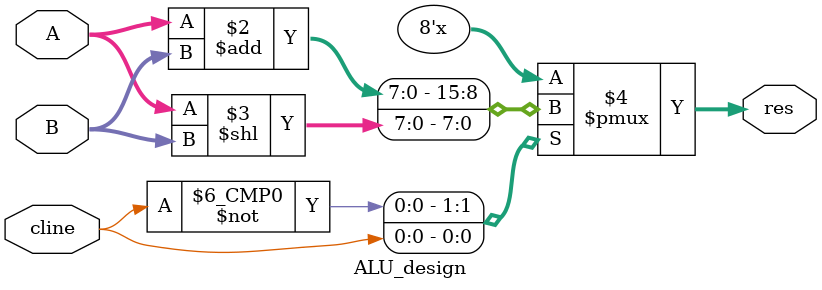
<source format=v>

module ALU_design(A,B,cline,res);
	input signed[7:0] A,B;
	input cline;
	output reg[7:0] res;	
	always@(*)
	begin
		case(cline)
		1'b0: res=A + B; //(bitwise ADD)
		1'b1: res=A << B; //(sll by value in B)
		endcase
	end
endmodule
</source>
